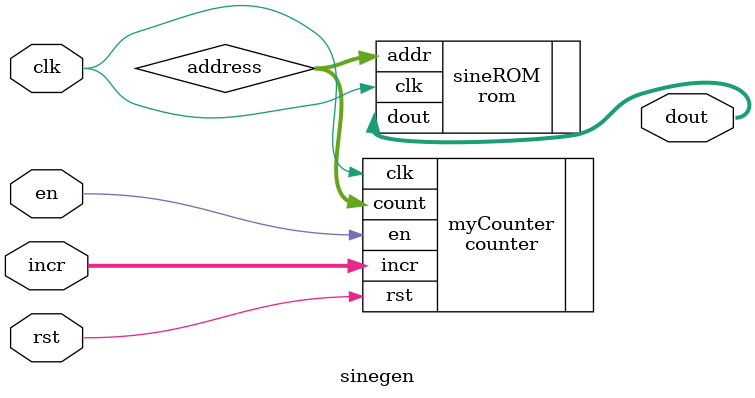
<source format=sv>
module sinegen #(
    parameter ADDRESS_WIDTH = 8,
              DATA_WIDTH = 8
)(
  // interface signals
  input  logic             clk,      // clock
  input  logic             rst,      // reset
  input  logic             en,       // enable
  input  logic [ADDRESS_WIDTH-1:0] incr,
  output logic [DATA_WIDTH-1:0] dout
);

logic [ADDRESS_WIDTH-1:0] address;    // interconnect wire

counter myCounter (
  .clk (clk),
  .rst (rst),
  .en (en),
  .incr (incr),
  .count (address)
);

rom sineROM (
  .clk (clk),
  .addr (address),
  .dout (dout)
);

endmodule

</source>
